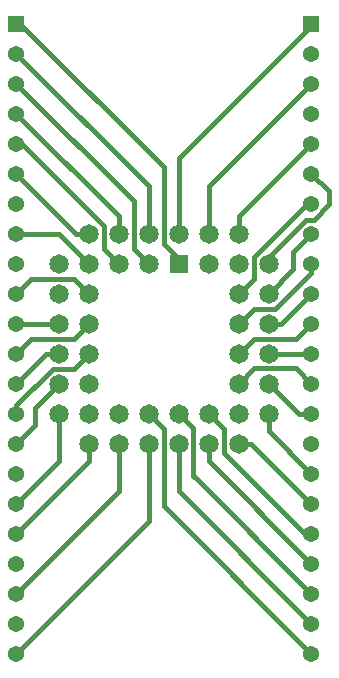
<source format=gbr>
%TF.GenerationSoftware,KiCad,Pcbnew,8.0.5*%
%TF.CreationDate,2024-10-23T12:28:46+01:00*%
%TF.ProjectId,PLCC to DIP 44 True,504c4343-2074-46f2-9044-495020343420,rev?*%
%TF.SameCoordinates,Original*%
%TF.FileFunction,Copper,L2,Bot*%
%TF.FilePolarity,Positive*%
%FSLAX46Y46*%
G04 Gerber Fmt 4.6, Leading zero omitted, Abs format (unit mm)*
G04 Created by KiCad (PCBNEW 8.0.5) date 2024-10-23 12:28:46*
%MOMM*%
%LPD*%
G01*
G04 APERTURE LIST*
%TA.AperFunction,ComponentPad*%
%ADD10R,1.370000X1.370000*%
%TD*%
%TA.AperFunction,ComponentPad*%
%ADD11C,1.370000*%
%TD*%
%TA.AperFunction,ComponentPad*%
%ADD12R,1.650000X1.650000*%
%TD*%
%TA.AperFunction,ComponentPad*%
%ADD13C,1.650000*%
%TD*%
%TA.AperFunction,Conductor*%
%ADD14C,0.400000*%
%TD*%
%TA.AperFunction,Conductor*%
%ADD15C,0.200000*%
%TD*%
G04 APERTURE END LIST*
D10*
%TO.P,J2,01,01*%
%TO.N,Net-(J1-Pad1)*%
X117500000Y-56330000D03*
D11*
%TO.P,J2,02,02*%
%TO.N,Net-(J1-Pad2)*%
X117500000Y-58870000D03*
%TO.P,J2,03,03*%
%TO.N,Net-(J1-Pad3)*%
X117500000Y-61410000D03*
%TO.P,J2,04,04*%
%TO.N,Net-(J1-Pad4)*%
X117500000Y-63950000D03*
%TO.P,J2,05,05*%
%TO.N,Net-(J1-Pad5)*%
X117500000Y-66490000D03*
%TO.P,J2,06,06*%
%TO.N,Net-(J1-Pad6)*%
X117500000Y-69030000D03*
%TO.P,J2,07,07*%
%TO.N,Net-(J1-Pad7)*%
X117500000Y-71570000D03*
%TO.P,J2,08,08*%
%TO.N,Net-(J1-Pad8)*%
X117500000Y-74110000D03*
%TO.P,J2,09,09*%
%TO.N,Net-(J1-Pad9)*%
X117500000Y-76650000D03*
%TO.P,J2,10,10*%
%TO.N,Net-(J1-Pad10)*%
X117500000Y-79190000D03*
%TO.P,J2,11,11*%
%TO.N,Net-(J1-Pad11)*%
X117500000Y-81730000D03*
%TO.P,J2,12,12*%
%TO.N,Net-(J1-Pad12)*%
X117500000Y-84270000D03*
%TO.P,J2,13,13*%
%TO.N,Net-(J1-Pad13)*%
X117500000Y-86810000D03*
%TO.P,J2,14,14*%
%TO.N,Net-(J1-Pad14)*%
X117500000Y-89350000D03*
%TO.P,J2,15,15*%
%TO.N,Net-(J1-Pad15)*%
X117500000Y-91890000D03*
%TO.P,J2,16,16*%
%TO.N,Net-(J1-Pad16)*%
X117500000Y-94430000D03*
%TO.P,J2,17,17*%
%TO.N,Net-(J1-Pad17)*%
X117500000Y-96970000D03*
%TO.P,J2,18,18*%
%TO.N,Net-(J1-Pad18)*%
X117500000Y-99510000D03*
%TO.P,J2,19,19*%
%TO.N,Net-(J1-Pad19)*%
X117500000Y-102050000D03*
%TO.P,J2,20,20*%
%TO.N,Net-(J1-Pad20)*%
X117500000Y-104590000D03*
%TO.P,J2,21,21*%
%TO.N,Net-(J1-Pad21)*%
X117500000Y-107130000D03*
%TO.P,J2,22,22*%
%TO.N,Net-(J1-Pad22)*%
X117500000Y-109670000D03*
%TD*%
D10*
%TO.P,J3,01,01*%
%TO.N,Net-(J1-Pad44)*%
X142500000Y-56330000D03*
D11*
%TO.P,J3,02,02*%
%TO.N,Net-(J1-Pad43)*%
X142500000Y-58870000D03*
%TO.P,J3,03,03*%
%TO.N,Net-(J1-Pad42)*%
X142500000Y-61410000D03*
%TO.P,J3,04,04*%
%TO.N,Net-(J1-Pad41)*%
X142500000Y-63950000D03*
%TO.P,J3,05,05*%
%TO.N,Net-(J1-Pad40)*%
X142500000Y-66490000D03*
%TO.P,J3,06,06*%
%TO.N,Net-(J1-Pad39)*%
X142500000Y-69030000D03*
%TO.P,J3,07,07*%
%TO.N,Net-(J1-Pad38)*%
X142500000Y-71570000D03*
%TO.P,J3,08,08*%
%TO.N,Net-(J1-Pad37)*%
X142500000Y-74110000D03*
%TO.P,J3,09,09*%
%TO.N,Net-(J1-Pad36)*%
X142500000Y-76650000D03*
%TO.P,J3,10,10*%
%TO.N,Net-(J1-Pad35)*%
X142500000Y-79190000D03*
%TO.P,J3,11,11*%
%TO.N,Net-(J1-Pad34)*%
X142500000Y-81730000D03*
%TO.P,J3,12,12*%
%TO.N,Net-(J1-Pad33)*%
X142500000Y-84270000D03*
%TO.P,J3,13,13*%
%TO.N,Net-(J1-Pad32)*%
X142500000Y-86810000D03*
%TO.P,J3,14,14*%
%TO.N,Net-(J1-Pad31)*%
X142500000Y-89350000D03*
%TO.P,J3,15,15*%
%TO.N,Net-(J1-Pad30)*%
X142500000Y-91890000D03*
%TO.P,J3,16,16*%
%TO.N,Net-(J1-Pad29)*%
X142500000Y-94430000D03*
%TO.P,J3,17,17*%
%TO.N,Net-(J1-Pad28)*%
X142500000Y-96970000D03*
%TO.P,J3,18,18*%
%TO.N,Net-(J1-Pad27)*%
X142500000Y-99510000D03*
%TO.P,J3,19,19*%
%TO.N,Net-(J1-Pad26)*%
X142500000Y-102050000D03*
%TO.P,J3,20,20*%
%TO.N,Net-(J1-Pad25)*%
X142500000Y-104590000D03*
%TO.P,J3,21,21*%
%TO.N,Net-(J1-Pad24)*%
X142500000Y-107130000D03*
%TO.P,J3,22,22*%
%TO.N,Net-(J1-Pad23)*%
X142500000Y-109670000D03*
%TD*%
D12*
%TO.P,J1,1,1*%
%TO.N,Net-(J1-Pad1)*%
X131270000Y-76650000D03*
D13*
%TO.P,J1,2,2*%
%TO.N,Net-(J1-Pad2)*%
X128730000Y-74110000D03*
%TO.P,J1,3,3*%
%TO.N,Net-(J1-Pad3)*%
X128730000Y-76650000D03*
%TO.P,J1,4,4*%
%TO.N,Net-(J1-Pad4)*%
X126190000Y-74110000D03*
%TO.P,J1,5,5*%
%TO.N,Net-(J1-Pad5)*%
X126190000Y-76650000D03*
%TO.P,J1,6,6*%
%TO.N,Net-(J1-Pad6)*%
X123650000Y-74110000D03*
%TO.P,J1,7,7*%
%TO.N,Net-(J1-Pad7)*%
X121110000Y-76650000D03*
%TO.P,J1,8,8*%
%TO.N,Net-(J1-Pad8)*%
X123650000Y-76650000D03*
%TO.P,J1,9,9*%
%TO.N,Net-(J1-Pad9)*%
X121110000Y-79190000D03*
%TO.P,J1,10,10*%
%TO.N,Net-(J1-Pad10)*%
X123650000Y-79190000D03*
%TO.P,J1,11,11*%
%TO.N,Net-(J1-Pad11)*%
X121110000Y-81730000D03*
%TO.P,J1,12,12*%
%TO.N,Net-(J1-Pad12)*%
X123650000Y-81730000D03*
%TO.P,J1,13,13*%
%TO.N,Net-(J1-Pad13)*%
X121110000Y-84270000D03*
%TO.P,J1,14,14*%
%TO.N,Net-(J1-Pad14)*%
X123650000Y-84270000D03*
%TO.P,J1,15,15*%
%TO.N,Net-(J1-Pad15)*%
X121110000Y-86810000D03*
%TO.P,J1,16,16*%
%TO.N,Net-(J1-Pad16)*%
X123650000Y-86810000D03*
%TO.P,J1,17,17*%
%TO.N,Net-(J1-Pad17)*%
X121110000Y-89350000D03*
%TO.P,J1,18,18*%
%TO.N,Net-(J1-Pad18)*%
X123650000Y-91890000D03*
%TO.P,J1,19,19*%
%TO.N,Net-(J1-Pad19)*%
X123650000Y-89350000D03*
%TO.P,J1,20,20*%
%TO.N,Net-(J1-Pad20)*%
X126190000Y-91890000D03*
%TO.P,J1,21,21*%
%TO.N,Net-(J1-Pad21)*%
X126190000Y-89350000D03*
%TO.P,J1,22,22*%
%TO.N,Net-(J1-Pad22)*%
X128730000Y-91890000D03*
%TO.P,J1,23,23*%
%TO.N,Net-(J1-Pad23)*%
X128730000Y-89350000D03*
%TO.P,J1,24,24*%
%TO.N,Net-(J1-Pad24)*%
X131270000Y-91890000D03*
%TO.P,J1,25,25*%
%TO.N,Net-(J1-Pad25)*%
X131270000Y-89350000D03*
%TO.P,J1,26,26*%
%TO.N,Net-(J1-Pad26)*%
X133810000Y-91890000D03*
%TO.P,J1,27,27*%
%TO.N,Net-(J1-Pad27)*%
X133810000Y-89350000D03*
%TO.P,J1,28,28*%
%TO.N,Net-(J1-Pad28)*%
X136350000Y-91890000D03*
%TO.P,J1,29,29*%
%TO.N,Net-(J1-Pad29)*%
X138890000Y-89350000D03*
%TO.P,J1,30,30*%
%TO.N,Net-(J1-Pad30)*%
X136350000Y-89350000D03*
%TO.P,J1,31,31*%
%TO.N,Net-(J1-Pad31)*%
X138890000Y-86810000D03*
%TO.P,J1,32,32*%
%TO.N,Net-(J1-Pad32)*%
X136350000Y-86810000D03*
%TO.P,J1,33,33*%
%TO.N,Net-(J1-Pad33)*%
X138890000Y-84270000D03*
%TO.P,J1,34,34*%
%TO.N,Net-(J1-Pad34)*%
X136350000Y-84270000D03*
%TO.P,J1,35,35*%
%TO.N,Net-(J1-Pad35)*%
X138890000Y-81730000D03*
%TO.P,J1,36,36*%
%TO.N,Net-(J1-Pad36)*%
X136350000Y-81730000D03*
%TO.P,J1,37,37*%
%TO.N,Net-(J1-Pad37)*%
X138890000Y-79190000D03*
%TO.P,J1,38,38*%
%TO.N,Net-(J1-Pad38)*%
X136350000Y-79190000D03*
%TO.P,J1,39,39*%
%TO.N,Net-(J1-Pad39)*%
X138890000Y-76650000D03*
%TO.P,J1,40,40*%
%TO.N,Net-(J1-Pad40)*%
X136350000Y-74110000D03*
%TO.P,J1,41,41*%
%TO.N,Net-(J1-Pad41)*%
X136350000Y-76650000D03*
%TO.P,J1,42,42*%
%TO.N,Net-(J1-Pad42)*%
X133810000Y-74110000D03*
%TO.P,J1,43,43*%
%TO.N,Net-(J1-Pad43)*%
X133810000Y-76650000D03*
%TO.P,J1,44,44*%
%TO.N,Net-(J1-Pad44)*%
X131270000Y-74110000D03*
%TD*%
D14*
%TO.N,Net-(J1-Pad39)*%
X144000000Y-70530000D02*
X142500000Y-69030000D01*
X138890000Y-76324600D02*
X138890000Y-76087912D01*
X142055049Y-72922863D02*
X142681559Y-72922863D01*
X138890000Y-76087912D02*
X142055049Y-72922863D01*
X142681559Y-72922863D02*
X144000000Y-71604422D01*
X144000000Y-71604422D02*
X144000000Y-71515100D01*
X144000000Y-71515100D02*
X144000000Y-70530000D01*
%TO.N,Net-(J1-Pad5)*%
X126190000Y-76650000D02*
X124920000Y-75380000D01*
X124920000Y-75380000D02*
X124920000Y-73456333D01*
X124920000Y-73456333D02*
X117953667Y-66490000D01*
X117953667Y-66490000D02*
X117653500Y-66490000D01*
%TO.N,Net-(J1-Pad14)*%
X123650000Y-84270000D02*
X122380000Y-85540000D01*
X120591600Y-85540000D02*
X117500000Y-88631600D01*
X122380000Y-85540000D02*
X120591600Y-85540000D01*
X117500000Y-88631600D02*
X117500000Y-88763200D01*
%TO.N,Net-(J1-Pad12)*%
X123650000Y-81730000D02*
X122380001Y-82999999D01*
X118770001Y-82999999D02*
X117500000Y-84270000D01*
X122380001Y-82999999D02*
X118770001Y-82999999D01*
%TO.N,Net-(J1-Pad10)*%
X122459400Y-77999400D02*
X122362621Y-77902621D01*
X122362621Y-77902621D02*
X118787379Y-77902621D01*
X118787379Y-77902621D02*
X118690600Y-77999400D01*
%TO.N,Net-(J1-Pad6)*%
X122580000Y-74110000D02*
X122580000Y-74095000D01*
X122580000Y-74095000D02*
X117515000Y-69030000D01*
X117515000Y-69030000D02*
X117500000Y-69030000D01*
%TO.N,Net-(J1-Pad3)*%
X128730000Y-76650000D02*
X127457028Y-75377028D01*
X127457028Y-71367028D02*
X117500000Y-61410000D01*
X127457028Y-75377028D02*
X127457028Y-71367028D01*
%TO.N,Net-(J1-Pad1)*%
X117830000Y-56330000D02*
X130000000Y-68500000D01*
X130000000Y-68500000D02*
X130000000Y-75017550D01*
X117500000Y-56330000D02*
X117830000Y-56330000D01*
X130000000Y-75017550D02*
X131270000Y-76287550D01*
%TO.N,Net-(J1-Pad44)*%
X131270000Y-74110000D02*
X131270000Y-67730000D01*
X131270000Y-67730000D02*
X142500000Y-56500000D01*
X142500000Y-56500000D02*
X142500000Y-56330000D01*
%TO.N,Net-(J1-Pad38)*%
X136350000Y-79190000D02*
X137620000Y-77920000D01*
X137620000Y-77920000D02*
X137620000Y-76095050D01*
X137620000Y-76095050D02*
X142145050Y-71570000D01*
X142145050Y-71570000D02*
X142360100Y-71570000D01*
%TO.N,Net-(J1-Pad36)*%
X136350000Y-81730000D02*
X137620000Y-80460000D01*
X137620000Y-80460000D02*
X139446206Y-80460000D01*
X139446206Y-80460000D02*
X142500000Y-77406206D01*
X142500000Y-77406206D02*
X142500000Y-77228900D01*
%TO.N,Net-(J1-Pad32)*%
X136350000Y-86810000D02*
X137660000Y-85500000D01*
X137660000Y-85500000D02*
X141190000Y-85500000D01*
X141190000Y-85500000D02*
X142500000Y-86810000D01*
%TO.N,Net-(J1-Pad27)*%
X133810000Y-89350000D02*
X135080000Y-90620000D01*
X135080000Y-90620000D02*
X135080000Y-92661750D01*
X135080000Y-92661750D02*
X141928250Y-99510000D01*
X141928250Y-99510000D02*
X142346500Y-99510000D01*
%TO.N,Net-(J1-Pad25)*%
X131270000Y-89350000D02*
X132500000Y-90580000D01*
X132500000Y-94590000D02*
X132683300Y-94773300D01*
X132500000Y-90580000D02*
X132500000Y-94590000D01*
%TO.N,Net-(J1-Pad34)*%
X136350000Y-84270000D02*
X137620000Y-83000000D01*
X141230000Y-83000000D02*
X142500000Y-81730000D01*
X137620000Y-83000000D02*
X141230000Y-83000000D01*
%TO.N,Net-(J1-Pad22)*%
X128730000Y-91890000D02*
X128730000Y-98440000D01*
X128730000Y-98440000D02*
X117500000Y-109670000D01*
%TO.N,Net-(J1-Pad2)*%
X128730000Y-74110000D02*
X128730000Y-70100000D01*
X128730000Y-70100000D02*
X117500000Y-58870000D01*
D15*
%TO.N,Net-(J1-Pad14)*%
X117500000Y-88763200D02*
X117500000Y-89350000D01*
D14*
%TO.N,Net-(J1-Pad11)*%
X121110000Y-81730000D02*
X117500000Y-81730000D01*
D15*
%TO.N,Net-(J1-Pad38)*%
X142360100Y-71570000D02*
X142500000Y-71570000D01*
D14*
%TO.N,Net-(J1-Pad10)*%
X118690600Y-77999400D02*
X117500000Y-79190000D01*
X123650000Y-79190000D02*
X122459400Y-77999400D01*
%TO.N,Net-(J1-Pad20)*%
X126190000Y-91890000D02*
X126190000Y-95900000D01*
X126190000Y-95900000D02*
X117500000Y-104590000D01*
%TO.N,Net-(J1-Pad24)*%
X131270000Y-95900000D02*
X142500000Y-107130000D01*
X131270000Y-91890000D02*
X131270000Y-95900000D01*
%TO.N,Net-(J1-Pad29)*%
X138890000Y-89350000D02*
X138890000Y-90820000D01*
X138890000Y-90820000D02*
X142500000Y-94430000D01*
%TO.N,Net-(J1-Pad35)*%
X138890000Y-81730000D02*
X139960000Y-81730000D01*
X139960000Y-81730000D02*
X142500000Y-79190000D01*
%TO.N,Net-(J1-Pad8)*%
X123650000Y-76650000D02*
X121110000Y-74110000D01*
X121110000Y-74110000D02*
X117500000Y-74110000D01*
%TO.N,Net-(J1-Pad17)*%
X121110000Y-89350000D02*
X121110000Y-93360000D01*
X121110000Y-93360000D02*
X117500000Y-96970000D01*
%TO.N,Net-(J1-Pad6)*%
X123650000Y-74110000D02*
X122580000Y-74110000D01*
%TO.N,Net-(J1-Pad26)*%
X133810000Y-93360000D02*
X142500000Y-102050000D01*
X133810000Y-91890000D02*
X133810000Y-93360000D01*
D15*
%TO.N,Net-(J1-Pad39)*%
X138890000Y-76650000D02*
X138890000Y-76324600D01*
D14*
%TO.N,Net-(J1-Pad15)*%
X119054800Y-88865200D02*
X119054800Y-90335200D01*
X121110000Y-86810000D02*
X119054800Y-88865200D01*
X119054800Y-90335200D02*
X117500000Y-91890000D01*
D15*
%TO.N,Net-(J1-Pad5)*%
X117653500Y-66490000D02*
X117500000Y-66490000D01*
D14*
%TO.N,Net-(J1-Pad28)*%
X136350000Y-91890000D02*
X137420000Y-91890000D01*
X137420000Y-91890000D02*
X142500000Y-96970000D01*
%TO.N,Net-(J1-Pad33)*%
X138890000Y-84270000D02*
X142500000Y-84270000D01*
D15*
%TO.N,Net-(J1-Pad27)*%
X142346500Y-99510000D02*
X142500000Y-99510000D01*
D14*
%TO.N,Net-(J1-Pad31)*%
X142500000Y-89350000D02*
X141430000Y-89350000D01*
X141430000Y-89350000D02*
X138890000Y-86810000D01*
%TO.N,Net-(J1-Pad40)*%
X136350000Y-72640000D02*
X142500000Y-66490000D01*
X136350000Y-74110000D02*
X136350000Y-72640000D01*
%TO.N,Net-(J1-Pad25)*%
X132683300Y-94773300D02*
X142500000Y-104590000D01*
%TO.N,Net-(J1-Pad13)*%
X121110000Y-84270000D02*
X120040000Y-84270000D01*
X120040000Y-84270000D02*
X117500000Y-86810000D01*
D15*
%TO.N,Net-(J1-Pad36)*%
X142500000Y-77228900D02*
X142500000Y-76650000D01*
D14*
%TO.N,Net-(J1-Pad18)*%
X123650000Y-93360000D02*
X117500000Y-99510000D01*
X123650000Y-91890000D02*
X123650000Y-93360000D01*
%TO.N,Net-(J1-Pad4)*%
X126190000Y-72640000D02*
X117500000Y-63950000D01*
X126190000Y-74110000D02*
X126190000Y-72640000D01*
%TO.N,Net-(J1-Pad37)*%
X138890000Y-79190000D02*
X140945200Y-77134800D01*
X140945200Y-75664800D02*
X142500000Y-74110000D01*
X140945200Y-77134800D02*
X140945200Y-75664800D01*
%TO.N,Net-(J1-Pad42)*%
X133810000Y-74110000D02*
X133810000Y-70100000D01*
X133810000Y-70100000D02*
X142500000Y-61410000D01*
%TO.N,Net-(J1-Pad23)*%
X128730000Y-89350000D02*
X130000000Y-90620000D01*
X130000000Y-90620000D02*
X130000000Y-97170000D01*
X130000000Y-97170000D02*
X142500000Y-109670000D01*
%TD*%
M02*

</source>
